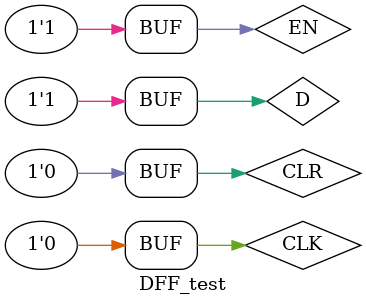
<source format=v>
`timescale 1ns / 1ps


module DFF_test;

	// Inputs
	reg CLK;
	reg CLR;
	reg EN;
	reg D;

	// Outputs
	wire Q;

	// Instantiate the Unit Under Test (UUT)
	DFF uut (
		.CLK(CLK), 
		.CLR(CLR), 
		.EN(EN), 
		.D(D), 
		.Q(Q)
	);

	initial begin
		// Initialize Inputs
		CLK = 0;
		CLR = 0;
		EN = 0;
		D = 0;

		// Wait 100 ns for global reset to finish
		#100;
    
		
    // Reset the flip-flop
    CLR = 1;
    #50
    CLR = 0;
    #50;
    
    // Add stimulus here
    EN <= 1;
    
    D <= 1;
    CLK <= 1;
    #50;
    CLK <= 0;
    #50;
    
    D <= 0;
    CLK <= 1;
    #50;
    CLK <= 0;
    #50;
    
    
    EN <= 0;
    
    D <= 1;
    CLK <= 1;
    #50;
    CLK <= 0;
    #50;
    
    D <= 0;
    CLK <= 1;
    #50;
    CLK <= 0;
    #50;
    
    
    EN <= 1;
    D <= 1;
    CLK <= 1;
    #50;
    CLK <= 0;
    #50;
    CLR <= 1;
    #50;
    CLR <= 0;
    #50;
    
	end
      
endmodule


</source>
